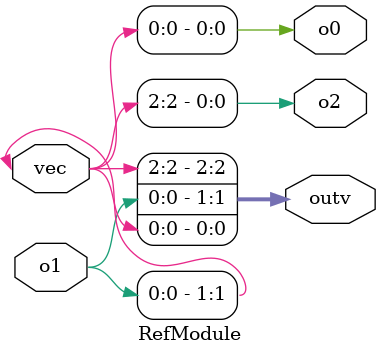
<source format=sv>

module RefModule (
  input [2:0] vec,
  output [2:0] outv,
  output o2,
  input o1,
  output o0
);

  assign outv = vec;
  assign {o2, o1, o0} = vec;

endmodule


</source>
